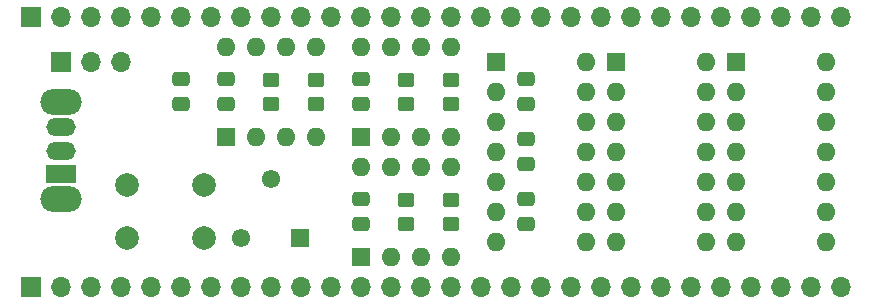
<source format=gbr>
%TF.GenerationSoftware,KiCad,Pcbnew,6.0.1-79c1e3a40b~116~ubuntu20.04.1*%
%TF.CreationDate,2022-02-13T18:37:17+04:00*%
%TF.ProjectId,clock_module,636c6f63-6b5f-46d6-9f64-756c652e6b69,rev?*%
%TF.SameCoordinates,Original*%
%TF.FileFunction,Soldermask,Bot*%
%TF.FilePolarity,Negative*%
%FSLAX46Y46*%
G04 Gerber Fmt 4.6, Leading zero omitted, Abs format (unit mm)*
G04 Created by KiCad (PCBNEW 6.0.1-79c1e3a40b~116~ubuntu20.04.1) date 2022-02-13 18:37:17*
%MOMM*%
%LPD*%
G01*
G04 APERTURE LIST*
G04 Aperture macros list*
%AMRoundRect*
0 Rectangle with rounded corners*
0 $1 Rounding radius*
0 $2 $3 $4 $5 $6 $7 $8 $9 X,Y pos of 4 corners*
0 Add a 4 corners polygon primitive as box body*
4,1,4,$2,$3,$4,$5,$6,$7,$8,$9,$2,$3,0*
0 Add four circle primitives for the rounded corners*
1,1,$1+$1,$2,$3*
1,1,$1+$1,$4,$5*
1,1,$1+$1,$6,$7*
1,1,$1+$1,$8,$9*
0 Add four rect primitives between the rounded corners*
20,1,$1+$1,$2,$3,$4,$5,0*
20,1,$1+$1,$4,$5,$6,$7,0*
20,1,$1+$1,$6,$7,$8,$9,0*
20,1,$1+$1,$8,$9,$2,$3,0*%
G04 Aperture macros list end*
%ADD10R,1.600000X1.600000*%
%ADD11O,1.600000X1.600000*%
%ADD12RoundRect,0.250000X-0.475000X0.337500X-0.475000X-0.337500X0.475000X-0.337500X0.475000X0.337500X0*%
%ADD13R,1.700000X1.700000*%
%ADD14O,1.700000X1.700000*%
%ADD15R,1.550000X1.550000*%
%ADD16C,1.550000*%
%ADD17O,2.500000X1.500000*%
%ADD18R,2.500000X1.500000*%
%ADD19O,3.500000X2.200000*%
%ADD20C,2.000000*%
%ADD21RoundRect,0.250000X-0.450000X0.350000X-0.450000X-0.350000X0.450000X-0.350000X0.450000X0.350000X0*%
%ADD22RoundRect,0.250000X0.450000X-0.350000X0.450000X0.350000X-0.450000X0.350000X-0.450000X-0.350000X0*%
%ADD23RoundRect,0.250000X0.475000X-0.337500X0.475000X0.337500X-0.475000X0.337500X-0.475000X-0.337500X0*%
G04 APERTURE END LIST*
D10*
%TO.C,U1*%
X85090000Y-53330000D03*
D11*
X87630000Y-53330000D03*
X90170000Y-53330000D03*
X92710000Y-53330000D03*
X92710000Y-45710000D03*
X90170000Y-45710000D03*
X87630000Y-45710000D03*
X85090000Y-45710000D03*
%TD*%
D12*
%TO.C,C1*%
X85080000Y-50567500D03*
X85080000Y-48492500D03*
%TD*%
D13*
%TO.C,J3*%
X71135000Y-46990000D03*
D14*
X73675000Y-46990000D03*
X76215000Y-46990000D03*
%TD*%
D10*
%TO.C,U3*%
X96530000Y-53330000D03*
D11*
X99070000Y-53330000D03*
X101610000Y-53330000D03*
X104150000Y-53330000D03*
X104150000Y-45710000D03*
X101610000Y-45710000D03*
X99070000Y-45710000D03*
X96530000Y-45710000D03*
%TD*%
D10*
%TO.C,U5*%
X128280000Y-46990000D03*
D11*
X128280000Y-49530000D03*
X128280000Y-52070000D03*
X128280000Y-54610000D03*
X128280000Y-57150000D03*
X128280000Y-59690000D03*
X128280000Y-62230000D03*
X135900000Y-62230000D03*
X135900000Y-59690000D03*
X135900000Y-57150000D03*
X135900000Y-54610000D03*
X135900000Y-52070000D03*
X135900000Y-49530000D03*
X135900000Y-46990000D03*
%TD*%
D15*
%TO.C,RV1*%
X91400000Y-61940000D03*
D16*
X88900000Y-56940000D03*
X86400000Y-61940000D03*
%TD*%
D17*
%TO.C,SW2*%
X71120000Y-52515000D03*
X71120000Y-54515000D03*
D18*
X71120000Y-56515000D03*
D19*
X71120000Y-58615000D03*
X71120000Y-50415000D03*
%TD*%
D10*
%TO.C,U6*%
X118120000Y-46990000D03*
D11*
X118120000Y-49530000D03*
X118120000Y-52070000D03*
X118120000Y-54610000D03*
X118120000Y-57150000D03*
X118120000Y-59690000D03*
X118120000Y-62230000D03*
X125740000Y-62230000D03*
X125740000Y-59690000D03*
X125740000Y-57150000D03*
X125740000Y-54610000D03*
X125740000Y-52070000D03*
X125740000Y-49530000D03*
X125740000Y-46990000D03*
%TD*%
D20*
%TO.C,SW1*%
X76760000Y-57440000D03*
X83260000Y-57440000D03*
X76760000Y-61940000D03*
X83260000Y-61940000D03*
%TD*%
D10*
%TO.C,U2*%
X96520000Y-63490000D03*
D11*
X99060000Y-63490000D03*
X101600000Y-63490000D03*
X104140000Y-63490000D03*
X104140000Y-55870000D03*
X101600000Y-55870000D03*
X99060000Y-55870000D03*
X96520000Y-55870000D03*
%TD*%
D10*
%TO.C,U4*%
X107960000Y-46995000D03*
D11*
X107960000Y-49535000D03*
X107960000Y-52075000D03*
X107960000Y-54615000D03*
X107960000Y-57155000D03*
X107960000Y-59695000D03*
X107960000Y-62235000D03*
X115580000Y-62235000D03*
X115580000Y-59695000D03*
X115580000Y-57155000D03*
X115580000Y-54615000D03*
X115580000Y-52075000D03*
X115580000Y-49535000D03*
X115580000Y-46995000D03*
%TD*%
D21*
%TO.C,R6*%
X92700000Y-48530000D03*
X92700000Y-50530000D03*
%TD*%
D12*
%TO.C,C6*%
X110490000Y-58652500D03*
X110490000Y-60727500D03*
%TD*%
%TO.C,C4*%
X81270000Y-48492500D03*
X81270000Y-50567500D03*
%TD*%
D21*
%TO.C,R4*%
X100330000Y-48530000D03*
X100330000Y-50530000D03*
%TD*%
D12*
%TO.C,C8*%
X110490000Y-48492500D03*
X110490000Y-50567500D03*
%TD*%
D21*
%TO.C,R2*%
X100330000Y-58690000D03*
X100330000Y-60690000D03*
%TD*%
D12*
%TO.C,C2*%
X96520000Y-58652500D03*
X96520000Y-60727500D03*
%TD*%
D21*
%TO.C,R5*%
X104140000Y-48530000D03*
X104140000Y-50530000D03*
%TD*%
D13*
%TO.C,J1*%
X68595000Y-66040000D03*
D14*
X71135000Y-66040000D03*
X73675000Y-66040000D03*
X76215000Y-66040000D03*
X78755000Y-66040000D03*
X81295000Y-66040000D03*
X83835000Y-66040000D03*
X86375000Y-66040000D03*
X88915000Y-66040000D03*
X91455000Y-66040000D03*
X93995000Y-66040000D03*
X96535000Y-66040000D03*
X99075000Y-66040000D03*
X101615000Y-66040000D03*
X104155000Y-66040000D03*
X106695000Y-66040000D03*
X109235000Y-66040000D03*
X111775000Y-66040000D03*
X114315000Y-66040000D03*
X116855000Y-66040000D03*
X119395000Y-66040000D03*
X121935000Y-66040000D03*
X124475000Y-66040000D03*
X127015000Y-66040000D03*
X129555000Y-66040000D03*
X132095000Y-66040000D03*
X134635000Y-66040000D03*
X137175000Y-66040000D03*
%TD*%
D13*
%TO.C,J2*%
X68595000Y-43180000D03*
D14*
X71135000Y-43180000D03*
X73675000Y-43180000D03*
X76215000Y-43180000D03*
X78755000Y-43180000D03*
X81295000Y-43180000D03*
X83835000Y-43180000D03*
X86375000Y-43180000D03*
X88915000Y-43180000D03*
X91455000Y-43180000D03*
X93995000Y-43180000D03*
X96535000Y-43180000D03*
X99075000Y-43180000D03*
X101615000Y-43180000D03*
X104155000Y-43180000D03*
X106695000Y-43180000D03*
X109235000Y-43180000D03*
X111775000Y-43180000D03*
X114315000Y-43180000D03*
X116855000Y-43180000D03*
X119395000Y-43180000D03*
X121935000Y-43180000D03*
X124475000Y-43180000D03*
X127015000Y-43180000D03*
X129555000Y-43180000D03*
X132095000Y-43180000D03*
X134635000Y-43180000D03*
X137175000Y-43180000D03*
%TD*%
D22*
%TO.C,R1*%
X88890000Y-50530000D03*
X88890000Y-48530000D03*
%TD*%
%TO.C,R3*%
X104140000Y-60690000D03*
X104140000Y-58690000D03*
%TD*%
D23*
%TO.C,C7*%
X110490000Y-55647500D03*
X110490000Y-53572500D03*
%TD*%
D12*
%TO.C,C3*%
X96520000Y-48492500D03*
X96520000Y-50567500D03*
%TD*%
M02*

</source>
